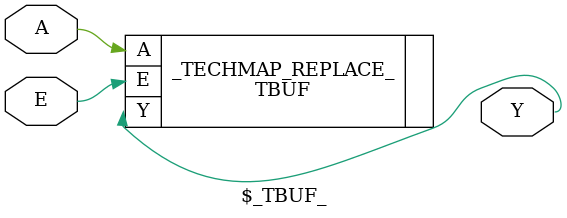
<source format=v>

module \$_DLATCH_P_ (input E, input D, output Q);
LATCH_N _TECHMAP_REPLACE_ (
.EN(!E),
.D(D),
.Q(Q)
);
endmodule

module \$_DLATCH_N_ (input E, input D, output Q);
LATCH_N _TECHMAP_REPLACE_ (
.EN(E),
.D(D),
.Q(Q)
);
endmodule

module \$_TBUF_ (input A, input E, output Y);
TBUF _TECHMAP_REPLACE_ (
.A(A),
.E(E),
.Y(Y)
);
endmodule

</source>
